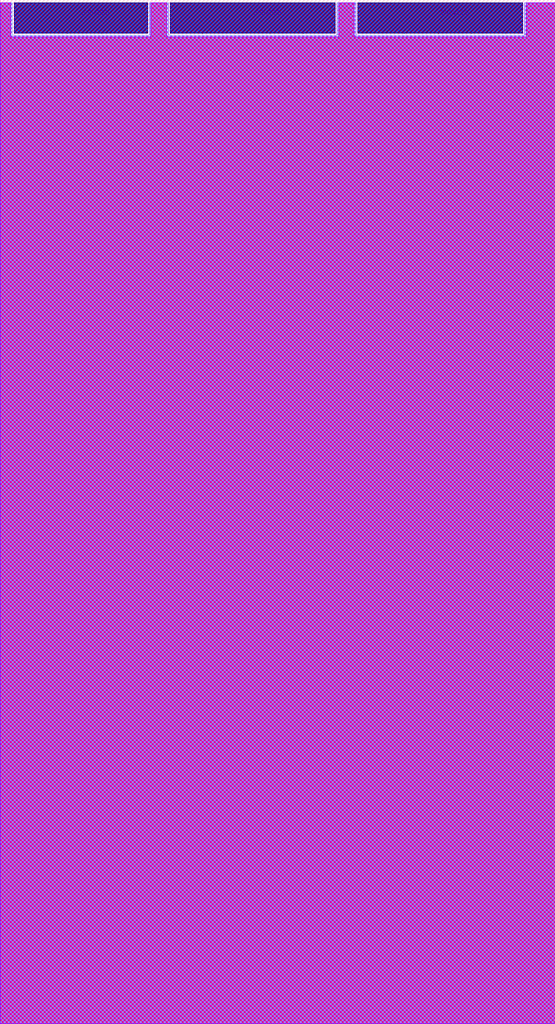
<source format=lef>
VERSION 5.5 ;
NAMESCASESENSITIVE ON ;
MACRO GNDACUTHA
    CLASS PAD ;
    FOREIGN GNDACUTHA 0.000 0.000 ;
    ORIGIN 0.000 0.000 ;
    SIZE 25.200 BY 218.400 ;
    SYMMETRY x y r90 ;
    SITE iocore_a ;
    PIN GNDANA
        DIRECTION INOUT ;
        USE ANALOG ;
        PORT
        LAYER metal8 ;
        RECT  13.860 213.450 23.600 218.000 ;
        LAYER metal7 ;
        RECT  13.860 213.450 23.600 218.000 ;
        LAYER metal6 ;
        RECT  13.860 213.450 23.600 218.000 ;
        LAYER metal5 ;
        RECT  13.860 213.450 23.600 218.000 ;
        LAYER metal4 ;
        RECT  13.860 213.450 23.600 218.000 ;
        LAYER metal3 ;
        RECT  13.860 213.450 23.600 218.000 ;
        LAYER metal2 ;
        RECT  13.860 213.450 23.600 218.000 ;
        LAYER metal1 ;
        RECT  13.860 213.450 23.600 218.000 ;
        END
        PORT
        LAYER metal8 ;
        RECT  1.600 213.450 11.340 218.000 ;
        LAYER metal7 ;
        RECT  1.600 213.450 11.340 218.000 ;
        LAYER metal6 ;
        RECT  1.600 213.450 11.340 218.000 ;
        LAYER metal5 ;
        RECT  1.600 213.450 11.340 218.000 ;
        LAYER metal4 ;
        RECT  1.600 213.450 11.340 218.000 ;
        LAYER metal3 ;
        RECT  1.600 213.450 11.340 218.000 ;
        LAYER metal2 ;
        RECT  1.600 213.450 11.340 218.000 ;
        LAYER metal1 ;
        RECT  1.600 213.450 11.340 218.000 ;
        END
        PORT
        LAYER metal8 ;
        RECT  1.600 0.000 23.600 3.480 ;
        LAYER metal7 ;
        RECT  1.600 0.000 23.600 3.480 ;
        LAYER metal6 ;
        RECT  1.600 0.000 23.600 3.480 ;
        LAYER metal5 ;
        RECT  1.600 0.000 23.600 3.480 ;
        LAYER metal4 ;
        RECT  1.600 0.000 23.600 3.480 ;
        LAYER metal3 ;
        RECT  1.600 0.000 23.600 3.480 ;
        LAYER metal2 ;
        RECT  1.600 0.000 23.600 3.480 ;
        LAYER metal1 ;
        RECT  1.600 0.000 23.600 3.480 ;
        END
    END GNDANA
    OBS
        LAYER metal1 ;
        POLYGON  25.200 217.800 23.860 217.800 23.860 213.190 13.600 213.190
                 13.600 217.800 11.600 217.800 11.600 213.190 1.340 213.190 1.340 217.800
                 0.000 217.800 0.000 0.000 1.340 0.000 1.340 3.740 23.860 3.740
                 23.860 0.000 25.200 0.000 ;
        LAYER via ;
        RECT  13.860 213.450 23.600 218.000 ;
        RECT  1.600 213.450 11.340 218.000 ;
        RECT  1.600 0.000 23.600 3.480 ;
        LAYER metal2 ;
        POLYGON  25.200 217.800 23.880 217.800 23.880 213.170 13.580 213.170
                 13.580 217.800 11.620 217.800 11.620 213.170 1.320 213.170 1.320 217.800
                 0.000 217.800 0.000 0.000 1.320 0.000 1.320 3.760 23.880 3.760
                 23.880 0.000 25.200 0.000 ;
        LAYER via2 ;
        RECT  13.860 213.450 23.600 218.000 ;
        RECT  1.600 213.450 11.340 218.000 ;
        RECT  1.600 0.000 23.600 3.480 ;
        LAYER metal3 ;
        POLYGON  25.200 217.800 23.880 217.800 23.880 213.170 13.580 213.170
                 13.580 217.800 11.620 217.800 11.620 213.170 1.320 213.170 1.320 217.800
                 0.000 217.800 0.000 0.000 1.320 0.000 1.320 3.760 23.880 3.760
                 23.880 0.000 25.200 0.000 ;
        LAYER via3 ;
        RECT  13.860 213.450 23.600 218.000 ;
        RECT  1.600 213.450 11.340 218.000 ;
        RECT  1.600 0.000 23.600 3.480 ;
        LAYER metal4 ;
        POLYGON  25.200 217.800 23.880 217.800 23.880 213.170 13.580 213.170
                 13.580 217.800 11.620 217.800 11.620 213.170 1.320 213.170 1.320 217.800
                 0.000 217.800 0.000 0.000 1.320 0.000 1.320 3.760 23.880 3.760
                 23.880 0.000 25.200 0.000 ;
        LAYER via4 ;
        RECT  13.860 213.450 23.600 218.000 ;
        RECT  1.600 213.450 11.340 218.000 ;
        RECT  1.600 0.000 23.600 3.480 ;
        LAYER metal5 ;
        POLYGON  25.200 217.800 24.100 217.800 24.100 212.950 13.360 212.950
                 13.360 217.800 11.840 217.800 11.840 212.950 1.100 212.950 1.100 217.800
                 0.000 217.800 0.000 0.000 1.100 0.000 1.100 3.980 24.100 3.980
                 24.100 0.000 25.200 0.000 ;
        LAYER via5 ;
        RECT  13.860 213.450 23.600 218.000 ;
        RECT  1.600 213.450 11.340 218.000 ;
        RECT  1.600 0.000 23.600 3.480 ;
        LAYER metal6 ;
        POLYGON  25.200 217.800 24.100 217.800 24.100 212.950 13.360 212.950
                 13.360 217.800 11.840 217.800 11.840 212.950 1.100 212.950 1.100 217.800
                 0.000 217.800 0.000 0.000 1.100 0.000 1.100 3.980 24.100 3.980
                 24.100 0.000 25.200 0.000 ;
        LAYER via6 ;
        RECT  13.860 213.450 23.600 218.000 ;
        RECT  1.600 213.450 11.340 218.000 ;
        RECT  1.600 0.000 23.600 3.480 ;
        LAYER metal7 ;
        POLYGON  25.200 217.800 24.100 217.800 24.100 212.950 13.360 212.950
                 13.360 217.800 11.840 217.800 11.840 212.950 1.100 212.950 1.100 217.800
                 0.000 217.800 0.000 0.000 1.100 0.000 1.100 3.980 24.100 3.980
                 24.100 0.000 25.200 0.000 ;
        LAYER via7 ;
        RECT  13.860 213.450 23.600 218.000 ;
        RECT  1.600 213.450 11.340 218.000 ;
        RECT  1.600 0.000 23.600 3.480 ;
        LAYER metal8 ;
        POLYGON  25.200 217.800 24.100 217.800 24.100 212.950 13.360 212.950
                 13.360 217.800 11.840 217.800 11.840 212.950 1.100 212.950 1.100 217.800
                 0.000 217.800 0.000 0.000 1.100 0.000 1.100 3.980 24.100 3.980
                 24.100 0.000 25.200 0.000 ;
    END
END GNDACUTHA

MACRO GNDACUTHB
    CLASS PAD ;
    FOREIGN GNDACUTHB 0.000 0.000 ;
    ORIGIN 0.000 0.000 ;
    SIZE 25.200 BY 152.000 ;
    SYMMETRY x y r90 ;
    SITE iocore_b ;
    PIN GNDANA
        DIRECTION INOUT ;
        USE ANALOG ;
        PORT
        LAYER metal8 ;
        RECT  13.860 147.050 23.600 151.600 ;
        LAYER metal7 ;
        RECT  13.860 147.050 23.600 151.600 ;
        LAYER metal6 ;
        RECT  13.860 147.050 23.600 151.600 ;
        LAYER metal5 ;
        RECT  13.860 147.050 23.600 151.600 ;
        LAYER metal4 ;
        RECT  13.860 147.050 23.600 151.600 ;
        LAYER metal3 ;
        RECT  13.860 147.050 23.600 151.600 ;
        LAYER metal2 ;
        RECT  13.860 147.050 23.600 151.600 ;
        LAYER metal1 ;
        RECT  13.860 147.050 23.600 151.600 ;
        END
        PORT
        LAYER metal8 ;
        RECT  1.600 147.050 11.340 151.600 ;
        LAYER metal7 ;
        RECT  1.600 147.050 11.340 151.600 ;
        LAYER metal6 ;
        RECT  1.600 147.050 11.340 151.600 ;
        LAYER metal5 ;
        RECT  1.600 147.050 11.340 151.600 ;
        LAYER metal4 ;
        RECT  1.600 147.050 11.340 151.600 ;
        LAYER metal3 ;
        RECT  1.600 147.050 11.340 151.600 ;
        LAYER metal2 ;
        RECT  1.600 147.050 11.340 151.600 ;
        LAYER metal1 ;
        RECT  1.600 147.050 11.340 151.600 ;
        END
        PORT
        LAYER metal8 ;
        RECT  1.600 0.000 23.600 3.480 ;
        LAYER metal7 ;
        RECT  1.600 0.000 23.600 3.480 ;
        LAYER metal6 ;
        RECT  1.600 0.000 23.600 3.480 ;
        LAYER metal5 ;
        RECT  1.600 0.000 23.600 3.480 ;
        LAYER metal4 ;
        RECT  1.600 0.000 23.600 3.480 ;
        LAYER metal3 ;
        RECT  1.600 0.000 23.600 3.480 ;
        LAYER metal2 ;
        RECT  1.600 0.000 23.600 3.480 ;
        LAYER metal1 ;
        RECT  1.600 0.000 23.600 3.480 ;
        END
    END GNDANA
    OBS
        LAYER metal1 ;
        POLYGON  25.200 151.400 23.860 151.400 23.860 146.790 13.600 146.790
                 13.600 151.400 11.600 151.400 11.600 146.790 1.340 146.790 1.340 151.400
                 0.000 151.400 0.000 0.000 1.340 0.000 1.340 3.740 23.860 3.740
                 23.860 0.000 25.200 0.000 ;
        LAYER via ;
        RECT  13.860 147.050 23.600 151.600 ;
        RECT  1.600 147.050 11.340 151.600 ;
        RECT  1.600 0.000 23.600 3.480 ;
        LAYER metal2 ;
        POLYGON  25.200 151.400 23.880 151.400 23.880 146.770 13.580 146.770
                 13.580 151.400 11.620 151.400 11.620 146.770 1.320 146.770 1.320 151.400
                 0.000 151.400 0.000 0.000 1.320 0.000 1.320 3.760 23.880 3.760
                 23.880 0.000 25.200 0.000 ;
        LAYER via2 ;
        RECT  13.860 147.050 23.600 151.600 ;
        RECT  1.600 147.050 11.340 151.600 ;
        RECT  1.600 0.000 23.600 3.480 ;
        LAYER metal3 ;
        POLYGON  25.200 151.400 23.880 151.400 23.880 146.770 13.580 146.770
                 13.580 151.400 11.620 151.400 11.620 146.770 1.320 146.770 1.320 151.400
                 0.000 151.400 0.000 0.000 1.320 0.000 1.320 3.760 23.880 3.760
                 23.880 0.000 25.200 0.000 ;
        LAYER via3 ;
        RECT  13.860 147.050 23.600 151.600 ;
        RECT  1.600 147.050 11.340 151.600 ;
        RECT  1.600 0.000 23.600 3.480 ;
        LAYER metal4 ;
        POLYGON  25.200 151.400 23.880 151.400 23.880 146.770 13.580 146.770
                 13.580 151.400 11.620 151.400 11.620 146.770 1.320 146.770 1.320 151.400
                 0.000 151.400 0.000 0.000 1.320 0.000 1.320 3.760 23.880 3.760
                 23.880 0.000 25.200 0.000 ;
        LAYER via4 ;
        RECT  13.860 147.050 23.600 151.600 ;
        RECT  1.600 147.050 11.340 151.600 ;
        RECT  1.600 0.000 23.600 3.480 ;
        LAYER metal5 ;
        POLYGON  25.200 151.400 24.100 151.400 24.100 146.550 13.360 146.550
                 13.360 151.400 11.840 151.400 11.840 146.550 1.100 146.550 1.100 151.400
                 0.000 151.400 0.000 0.000 1.100 0.000 1.100 3.980 24.100 3.980
                 24.100 0.000 25.200 0.000 ;
        LAYER via5 ;
        RECT  13.860 147.050 23.600 151.600 ;
        RECT  1.600 147.050 11.340 151.600 ;
        RECT  1.600 0.000 23.600 3.480 ;
        LAYER metal6 ;
        POLYGON  25.200 151.400 24.100 151.400 24.100 146.550 13.360 146.550
                 13.360 151.400 11.840 151.400 11.840 146.550 1.100 146.550 1.100 151.400
                 0.000 151.400 0.000 0.000 1.100 0.000 1.100 3.980 24.100 3.980
                 24.100 0.000 25.200 0.000 ;
        LAYER via6 ;
        RECT  13.860 147.050 23.600 151.600 ;
        RECT  1.600 147.050 11.340 151.600 ;
        RECT  1.600 0.000 23.600 3.480 ;
        LAYER metal7 ;
        POLYGON  25.200 151.400 24.100 151.400 24.100 146.550 13.360 146.550
                 13.360 151.400 11.840 151.400 11.840 146.550 1.100 146.550 1.100 151.400
                 0.000 151.400 0.000 0.000 1.100 0.000 1.100 3.980 24.100 3.980
                 24.100 0.000 25.200 0.000 ;
        LAYER via7 ;
        RECT  13.860 147.050 23.600 151.600 ;
        RECT  1.600 147.050 11.340 151.600 ;
        RECT  1.600 0.000 23.600 3.480 ;
        LAYER metal8 ;
        POLYGON  25.200 151.400 24.100 151.400 24.100 146.550 13.360 146.550
                 13.360 151.400 11.840 151.400 11.840 146.550 1.100 146.550 1.100 151.400
                 0.000 151.400 0.000 0.000 1.100 0.000 1.100 3.980 24.100 3.980
                 24.100 0.000 25.200 0.000 ;
    END
END GNDACUTHB

MACRO LCUT12HA
    CLASS PAD ;
    FOREIGN LCUT12HA 0.000 0.000 ;
    ORIGIN 0.000 0.000 ;
    SIZE 48.000 BY 218.400 ;
    SYMMETRY x y r90 ;
    SITE iocore_a ;
    PIN VCC12VESD
        DIRECTION INOUT ;
        USE ANALOG ;
        PORT
        LAYER metal8 ;
        RECT  9.720 213.450 25.920 218.000 ;
        LAYER metal7 ;
        RECT  9.720 213.450 25.920 218.000 ;
        LAYER metal6 ;
        RECT  9.720 213.450 25.920 218.000 ;
        LAYER metal5 ;
        RECT  9.720 213.450 25.920 218.000 ;
        LAYER metal4 ;
        RECT  9.720 213.450 25.920 218.000 ;
        LAYER metal3 ;
        RECT  9.720 213.450 25.920 218.000 ;
        LAYER metal2 ;
        RECT  9.720 213.450 25.920 218.000 ;
        LAYER metal1 ;
        RECT  9.720 213.450 25.920 218.000 ;
        END
        PORT
        LAYER metal8 ;
        RECT  29.280 213.450 45.480 218.000 ;
        LAYER metal7 ;
        RECT  29.280 213.450 45.480 218.000 ;
        LAYER metal6 ;
        RECT  29.280 213.450 45.480 218.000 ;
        LAYER metal5 ;
        RECT  29.280 213.450 45.480 218.000 ;
        LAYER metal4 ;
        RECT  29.280 213.450 45.480 218.000 ;
        LAYER metal3 ;
        RECT  29.280 213.450 45.480 218.000 ;
        LAYER metal2 ;
        RECT  29.280 213.450 45.480 218.000 ;
        LAYER metal1 ;
        RECT  29.280 213.450 45.480 218.000 ;
        END
    END VCC12VESD
    OBS
        LAYER metal1 ;
        POLYGON  48.000 218.000 45.740 218.000 45.740 213.190 29.020 213.190
                 29.020 218.000 26.180 218.000 26.180 213.190 9.460 213.190 9.460 218.000
                 0.000 218.000 0.000 0.000 48.000 0.000 ;
        LAYER via ;
        RECT  9.720 213.450 25.920 218.000 ;
        RECT  29.280 213.450 45.480 218.000 ;
        LAYER metal2 ;
        POLYGON  48.000 218.000 45.760 218.000 45.760 213.170 29.000 213.170
                 29.000 218.000 26.200 218.000 26.200 213.170 9.440 213.170 9.440 218.000
                 0.000 218.000 0.000 0.000 48.000 0.000 ;
        LAYER via2 ;
        RECT  9.720 213.450 25.920 218.000 ;
        RECT  29.280 213.450 45.480 218.000 ;
        LAYER metal3 ;
        POLYGON  48.000 218.000 45.760 218.000 45.760 213.170 29.000 213.170
                 29.000 218.000 26.200 218.000 26.200 213.170 9.440 213.170 9.440 218.000
                 0.000 218.000 0.000 0.000 48.000 0.000 ;
        LAYER via3 ;
        RECT  9.720 213.450 25.920 218.000 ;
        RECT  29.280 213.450 45.480 218.000 ;
        LAYER metal4 ;
        POLYGON  48.000 218.000 45.760 218.000 45.760 213.170 29.000 213.170
                 29.000 218.000 26.200 218.000 26.200 213.170 9.440 213.170 9.440 218.000
                 0.000 218.000 0.000 0.000 48.000 0.000 ;
        LAYER via4 ;
        RECT  9.720 213.450 25.920 218.000 ;
        RECT  29.280 213.450 45.480 218.000 ;
        LAYER metal5 ;
        POLYGON  48.000 218.000 45.980 218.000 45.980 212.950 28.780 212.950
                 28.780 218.000 26.420 218.000 26.420 212.950 9.220 212.950 9.220 218.000
                 0.000 218.000 0.000 0.000 48.000 0.000 ;
        LAYER via5 ;
        RECT  9.720 213.450 25.920 218.000 ;
        RECT  29.280 213.450 45.480 218.000 ;
        LAYER metal6 ;
        POLYGON  48.000 218.000 45.980 218.000 45.980 212.950 28.780 212.950
                 28.780 218.000 26.420 218.000 26.420 212.950 9.220 212.950 9.220 218.000
                 0.000 218.000 0.000 0.000 48.000 0.000 ;
        LAYER via6 ;
        RECT  9.720 213.450 25.920 218.000 ;
        RECT  29.280 213.450 45.480 218.000 ;
        LAYER metal7 ;
        POLYGON  48.000 218.000 45.980 218.000 45.980 212.950 28.780 212.950
                 28.780 218.000 26.420 218.000 26.420 212.950 9.220 212.950 9.220 218.000
                 0.000 218.000 0.000 0.000 48.000 0.000 ;
        LAYER via7 ;
        RECT  9.720 213.450 25.920 218.000 ;
        RECT  29.280 213.450 45.480 218.000 ;
        LAYER metal8 ;
        POLYGON  48.000 218.000 45.980 218.000 45.980 212.950 28.780 212.950
                 28.780 218.000 26.420 218.000 26.420 212.950 9.220 212.950 9.220 218.000
                 0.000 218.000 0.000 0.000 48.000 0.000 ;
    END
END LCUT12HA

MACRO LCUT12HB
    CLASS PAD ;
    FOREIGN LCUT12HB 0.000 0.000 ;
    ORIGIN 0.000 0.000 ;
    SIZE 69.200 BY 152.000 ;
    SYMMETRY x y r90 ;
    SITE iocore_b ;
    PIN VCC12VESD
        DIRECTION INOUT ;
        USE ANALOG ;
        PORT
        LAYER metal8 ;
        RECT  39.880 147.050 64.360 151.600 ;
        LAYER metal7 ;
        RECT  39.880 147.050 64.360 151.600 ;
        LAYER metal6 ;
        RECT  39.880 147.050 64.360 151.600 ;
        LAYER metal5 ;
        RECT  39.880 147.050 64.360 151.600 ;
        LAYER metal4 ;
        RECT  39.880 147.050 64.360 151.600 ;
        LAYER metal3 ;
        RECT  39.880 147.050 64.360 151.600 ;
        LAYER metal2 ;
        RECT  39.880 147.050 64.360 151.600 ;
        LAYER metal1 ;
        RECT  39.880 147.050 64.360 151.600 ;
        END
        PORT
        LAYER metal8 ;
        RECT  12.040 147.050 36.520 151.600 ;
        LAYER metal7 ;
        RECT  12.040 147.050 36.520 151.600 ;
        LAYER metal6 ;
        RECT  12.040 147.050 36.520 151.600 ;
        LAYER metal5 ;
        RECT  12.040 147.050 36.520 151.600 ;
        LAYER metal4 ;
        RECT  12.040 147.050 36.520 151.600 ;
        LAYER metal3 ;
        RECT  12.040 147.050 36.520 151.600 ;
        LAYER metal2 ;
        RECT  12.040 147.050 36.520 151.600 ;
        LAYER metal1 ;
        RECT  12.040 147.050 36.520 151.600 ;
        END
    END VCC12VESD
    OBS
        LAYER metal1 ;
        POLYGON  69.200 151.600 64.620 151.600 64.620 146.790 39.620 146.790
                 39.620 151.600 36.780 151.600 36.780 146.790 11.780 146.790
                 11.780 151.600 0.000 151.600 0.000 0.000 69.200 0.000 ;
        LAYER via ;
        RECT  39.880 147.050 64.360 151.600 ;
        RECT  12.040 147.050 36.520 151.600 ;
        LAYER metal2 ;
        POLYGON  69.200 151.600 64.640 151.600 64.640 146.770 39.600 146.770
                 39.600 151.600 36.800 151.600 36.800 146.770 11.760 146.770
                 11.760 151.600 0.000 151.600 0.000 0.000 69.200 0.000 ;
        LAYER via2 ;
        RECT  39.880 147.050 64.360 151.600 ;
        RECT  12.040 147.050 36.520 151.600 ;
        LAYER metal3 ;
        POLYGON  69.200 151.600 64.640 151.600 64.640 146.770 39.600 146.770
                 39.600 151.600 36.800 151.600 36.800 146.770 11.760 146.770
                 11.760 151.600 0.000 151.600 0.000 0.000 69.200 0.000 ;
        LAYER via3 ;
        RECT  39.880 147.050 64.360 151.600 ;
        RECT  12.040 147.050 36.520 151.600 ;
        LAYER metal4 ;
        POLYGON  69.200 151.600 64.640 151.600 64.640 146.770 39.600 146.770
                 39.600 151.600 36.800 151.600 36.800 146.770 11.760 146.770
                 11.760 151.600 0.000 151.600 0.000 0.000 69.200 0.000 ;
        LAYER via4 ;
        RECT  39.880 147.050 64.360 151.600 ;
        RECT  12.040 147.050 36.520 151.600 ;
        LAYER metal5 ;
        POLYGON  69.200 151.600 64.860 151.600 64.860 146.550 39.380 146.550
                 39.380 151.600 37.020 151.600 37.020 146.550 11.540 146.550
                 11.540 151.600 0.000 151.600 0.000 0.000 69.200 0.000 ;
        LAYER via5 ;
        RECT  39.880 147.050 64.360 151.600 ;
        RECT  12.040 147.050 36.520 151.600 ;
        LAYER metal6 ;
        POLYGON  69.200 151.600 64.860 151.600 64.860 146.550 39.380 146.550
                 39.380 151.600 37.020 151.600 37.020 146.550 11.540 146.550
                 11.540 151.600 0.000 151.600 0.000 0.000 69.200 0.000 ;
        LAYER via6 ;
        RECT  39.880 147.050 64.360 151.600 ;
        RECT  12.040 147.050 36.520 151.600 ;
        LAYER metal7 ;
        POLYGON  69.200 151.600 64.860 151.600 64.860 146.550 39.380 146.550
                 39.380 151.600 37.020 151.600 37.020 146.550 11.540 146.550
                 11.540 151.600 0.000 151.600 0.000 0.000 69.200 0.000 ;
        LAYER via7 ;
        RECT  39.880 147.050 64.360 151.600 ;
        RECT  12.040 147.050 36.520 151.600 ;
        LAYER metal8 ;
        POLYGON  69.200 151.600 64.860 151.600 64.860 146.550 39.380 146.550
                 39.380 151.600 37.020 151.600 37.020 146.550 11.540 146.550
                 11.540 151.600 0.000 151.600 0.000 0.000 69.200 0.000 ;
    END
END LCUT12HB

MACRO RCUT12HA
    CLASS PAD ;
    FOREIGN RCUT12HA 0.000 0.000 ;
    ORIGIN 0.000 0.000 ;
    SIZE 57.200 BY 218.400 ;
    SYMMETRY x y r90 ;
    SITE iocore_a ;
    PIN GNDVESD
        DIRECTION INOUT ;
        USE ANALOG ;
        PORT
        LAYER metal8 ;
        RECT  18.900 213.450 35.120 218.000 ;
        LAYER metal7 ;
        RECT  18.900 213.450 35.120 218.000 ;
        LAYER metal6 ;
        RECT  18.900 213.450 35.120 218.000 ;
        LAYER metal5 ;
        RECT  18.900 213.450 35.120 218.000 ;
        LAYER metal4 ;
        RECT  18.900 213.450 35.120 218.000 ;
        LAYER metal3 ;
        RECT  18.900 213.450 35.120 218.000 ;
        LAYER metal2 ;
        RECT  18.900 213.450 35.120 218.000 ;
        LAYER metal1 ;
        RECT  18.900 213.450 35.120 218.000 ;
        END
        PORT
        LAYER metal8 ;
        RECT  38.480 213.450 54.730 218.000 ;
        LAYER metal7 ;
        RECT  38.480 213.450 54.730 218.000 ;
        LAYER metal6 ;
        RECT  38.480 213.450 54.730 218.000 ;
        LAYER metal5 ;
        RECT  38.480 213.450 54.730 218.000 ;
        LAYER metal4 ;
        RECT  38.480 213.450 54.730 218.000 ;
        LAYER metal3 ;
        RECT  38.480 213.450 54.730 218.000 ;
        LAYER metal2 ;
        RECT  38.480 213.450 54.730 218.000 ;
        LAYER metal1 ;
        RECT  38.480 213.450 54.730 218.000 ;
        END
        PORT
        LAYER metal8 ;
        RECT  2.340 213.450 15.540 218.000 ;
        LAYER metal7 ;
        RECT  2.340 213.450 15.540 218.000 ;
        LAYER metal6 ;
        RECT  2.340 213.450 15.540 218.000 ;
        LAYER metal5 ;
        RECT  2.340 213.450 15.540 218.000 ;
        LAYER metal4 ;
        RECT  2.340 213.450 15.540 218.000 ;
        LAYER metal3 ;
        RECT  2.340 213.450 15.540 218.000 ;
        LAYER metal2 ;
        RECT  2.340 213.450 15.540 218.000 ;
        LAYER metal1 ;
        RECT  2.340 213.450 15.540 218.000 ;
        END
    END GNDVESD
    OBS
        LAYER metal1 ;
        POLYGON  57.200 218.000 54.990 218.000 54.990 213.190 38.220 213.190
                 38.220 218.000 35.380 218.000 35.380 213.190 18.640 213.190
                 18.640 218.000 15.800 218.000 15.800 213.190 2.080 213.190 2.080 218.000
                 0.000 218.000 0.000 0.000 57.200 0.000 ;
        LAYER via ;
        RECT  18.900 213.450 35.120 218.000 ;
        RECT  38.480 213.450 54.730 218.000 ;
        RECT  2.340 213.450 15.540 218.000 ;
        LAYER metal2 ;
        POLYGON  57.200 218.000 55.010 218.000 55.010 213.170 38.200 213.170
                 38.200 218.000 35.400 218.000 35.400 213.170 18.620 213.170
                 18.620 218.000 15.820 218.000 15.820 213.170 2.060 213.170 2.060 218.000
                 0.000 218.000 0.000 0.000 57.200 0.000 ;
        LAYER via2 ;
        RECT  18.900 213.450 35.120 218.000 ;
        RECT  38.480 213.450 54.730 218.000 ;
        RECT  2.340 213.450 15.540 218.000 ;
        LAYER metal3 ;
        POLYGON  57.200 218.000 55.010 218.000 55.010 213.170 38.200 213.170
                 38.200 218.000 35.400 218.000 35.400 213.170 18.620 213.170
                 18.620 218.000 15.820 218.000 15.820 213.170 2.060 213.170 2.060 218.000
                 0.000 218.000 0.000 0.000 57.200 0.000 ;
        LAYER via3 ;
        RECT  18.900 213.450 35.120 218.000 ;
        RECT  38.480 213.450 54.730 218.000 ;
        RECT  2.340 213.450 15.540 218.000 ;
        LAYER metal4 ;
        POLYGON  57.200 218.000 55.010 218.000 55.010 213.170 38.200 213.170
                 38.200 218.000 35.400 218.000 35.400 213.170 18.620 213.170
                 18.620 218.000 15.820 218.000 15.820 213.170 2.060 213.170 2.060 218.000
                 0.000 218.000 0.000 0.000 57.200 0.000 ;
        LAYER via4 ;
        RECT  18.900 213.450 35.120 218.000 ;
        RECT  38.480 213.450 54.730 218.000 ;
        RECT  2.340 213.450 15.540 218.000 ;
        LAYER metal5 ;
        POLYGON  57.200 218.000 55.230 218.000 55.230 212.950 37.980 212.950
                 37.980 218.000 35.620 218.000 35.620 212.950 18.400 212.950
                 18.400 218.000 16.040 218.000 16.040 212.950 1.840 212.950 1.840 218.000
                 0.000 218.000 0.000 0.000 57.200 0.000 ;
        LAYER via5 ;
        RECT  18.900 213.450 35.120 218.000 ;
        RECT  38.480 213.450 54.730 218.000 ;
        RECT  2.340 213.450 15.540 218.000 ;
        LAYER metal6 ;
        POLYGON  57.200 218.000 55.230 218.000 55.230 212.950 37.980 212.950
                 37.980 218.000 35.620 218.000 35.620 212.950 18.400 212.950
                 18.400 218.000 16.040 218.000 16.040 212.950 1.840 212.950 1.840 218.000
                 0.000 218.000 0.000 0.000 57.200 0.000 ;
        LAYER via6 ;
        RECT  18.900 213.450 35.120 218.000 ;
        RECT  38.480 213.450 54.730 218.000 ;
        RECT  2.340 213.450 15.540 218.000 ;
        LAYER metal7 ;
        POLYGON  57.200 218.000 55.230 218.000 55.230 212.950 37.980 212.950
                 37.980 218.000 35.620 218.000 35.620 212.950 18.400 212.950
                 18.400 218.000 16.040 218.000 16.040 212.950 1.840 212.950 1.840 218.000
                 0.000 218.000 0.000 0.000 57.200 0.000 ;
        LAYER via7 ;
        RECT  18.900 213.450 35.120 218.000 ;
        RECT  38.480 213.450 54.730 218.000 ;
        RECT  2.340 213.450 15.540 218.000 ;
        LAYER metal8 ;
        POLYGON  57.200 218.000 55.230 218.000 55.230 212.950 37.980 212.950
                 37.980 218.000 35.620 218.000 35.620 212.950 18.400 212.950
                 18.400 218.000 16.040 218.000 16.040 212.950 1.840 212.950 1.840 218.000
                 0.000 218.000 0.000 0.000 57.200 0.000 ;
    END
END RCUT12HA

MACRO RCUT12HB
    CLASS PAD ;
    FOREIGN RCUT12HB 0.000 0.000 ;
    ORIGIN 0.000 0.000 ;
    SIZE 82.400 BY 152.000 ;
    SYMMETRY x y r90 ;
    SITE iocore_b ;
    PIN GNDVESD
        DIRECTION INOUT ;
        USE ANALOG ;
        PORT
        LAYER metal8 ;
        RECT  53.080 147.050 77.560 151.600 ;
        LAYER metal7 ;
        RECT  53.080 147.050 77.560 151.600 ;
        LAYER metal6 ;
        RECT  53.080 147.050 77.560 151.600 ;
        LAYER metal5 ;
        RECT  53.080 147.050 77.560 151.600 ;
        LAYER metal4 ;
        RECT  53.080 147.050 77.560 151.600 ;
        LAYER metal3 ;
        RECT  53.080 147.050 77.560 151.600 ;
        LAYER metal2 ;
        RECT  53.080 147.050 77.560 151.600 ;
        LAYER metal1 ;
        RECT  53.080 147.050 77.560 151.600 ;
        END
        PORT
        LAYER metal8 ;
        RECT  25.240 147.050 49.720 151.600 ;
        LAYER metal7 ;
        RECT  25.240 147.050 49.720 151.600 ;
        LAYER metal6 ;
        RECT  25.240 147.050 49.720 151.600 ;
        LAYER metal5 ;
        RECT  25.240 147.050 49.720 151.600 ;
        LAYER metal4 ;
        RECT  25.240 147.050 49.720 151.600 ;
        LAYER metal3 ;
        RECT  25.240 147.050 49.720 151.600 ;
        LAYER metal2 ;
        RECT  25.240 147.050 49.720 151.600 ;
        LAYER metal1 ;
        RECT  25.240 147.050 49.720 151.600 ;
        END
        PORT
        LAYER metal8 ;
        RECT  2.060 147.050 21.880 151.600 ;
        LAYER metal7 ;
        RECT  2.060 147.050 21.880 151.600 ;
        LAYER metal6 ;
        RECT  2.060 147.050 21.880 151.600 ;
        LAYER metal5 ;
        RECT  2.060 147.050 21.880 151.600 ;
        LAYER metal4 ;
        RECT  2.060 147.050 21.880 151.600 ;
        LAYER metal3 ;
        RECT  2.060 147.050 21.880 151.600 ;
        LAYER metal2 ;
        RECT  2.060 147.050 21.880 151.600 ;
        LAYER metal1 ;
        RECT  2.060 147.050 21.880 151.600 ;
        END
    END GNDVESD
    OBS
        LAYER metal1 ;
        POLYGON  82.400 151.600 77.820 151.600 77.820 146.790 52.820 146.790
                 52.820 151.600 49.980 151.600 49.980 146.790 24.980 146.790
                 24.980 151.600 22.140 151.600 22.140 146.790 1.800 146.790 1.800 151.600
                 0.000 151.600 0.000 0.000 82.400 0.000 ;
        LAYER via ;
        RECT  53.080 147.050 77.560 151.600 ;
        RECT  25.240 147.050 49.720 151.600 ;
        RECT  2.060 147.050 21.880 151.600 ;
        LAYER metal2 ;
        POLYGON  82.400 151.600 77.840 151.600 77.840 146.770 52.800 146.770
                 52.800 151.600 50.000 151.600 50.000 146.770 24.960 146.770
                 24.960 151.600 22.160 151.600 22.160 146.770 1.780 146.770 1.780 151.600
                 0.000 151.600 0.000 0.000 82.400 0.000 ;
        LAYER via2 ;
        RECT  53.080 147.050 77.560 151.600 ;
        RECT  25.240 147.050 49.720 151.600 ;
        RECT  2.060 147.050 21.880 151.600 ;
        LAYER metal3 ;
        POLYGON  82.400 151.600 77.840 151.600 77.840 146.770 52.800 146.770
                 52.800 151.600 50.000 151.600 50.000 146.770 24.960 146.770
                 24.960 151.600 22.160 151.600 22.160 146.770 1.780 146.770 1.780 151.600
                 0.000 151.600 0.000 0.000 82.400 0.000 ;
        LAYER via3 ;
        RECT  53.080 147.050 77.560 151.600 ;
        RECT  25.240 147.050 49.720 151.600 ;
        RECT  2.060 147.050 21.880 151.600 ;
        LAYER metal4 ;
        POLYGON  82.400 151.600 77.840 151.600 77.840 146.770 52.800 146.770
                 52.800 151.600 50.000 151.600 50.000 146.770 24.960 146.770
                 24.960 151.600 22.160 151.600 22.160 146.770 1.780 146.770 1.780 151.600
                 0.000 151.600 0.000 0.000 82.400 0.000 ;
        LAYER via4 ;
        RECT  53.080 147.050 77.560 151.600 ;
        RECT  25.240 147.050 49.720 151.600 ;
        RECT  2.060 147.050 21.880 151.600 ;
        LAYER metal5 ;
        POLYGON  82.400 151.600 78.060 151.600 78.060 146.550 52.580 146.550
                 52.580 151.600 50.220 151.600 50.220 146.550 24.740 146.550
                 24.740 151.600 22.380 151.600 22.380 146.550 1.560 146.550 1.560 151.600
                 0.000 151.600 0.000 0.000 82.400 0.000 ;
        LAYER via5 ;
        RECT  53.080 147.050 77.560 151.600 ;
        RECT  25.240 147.050 49.720 151.600 ;
        RECT  2.060 147.050 21.880 151.600 ;
        LAYER metal6 ;
        POLYGON  82.400 151.600 78.060 151.600 78.060 146.550 52.580 146.550
                 52.580 151.600 50.220 151.600 50.220 146.550 24.740 146.550
                 24.740 151.600 22.380 151.600 22.380 146.550 1.560 146.550 1.560 151.600
                 0.000 151.600 0.000 0.000 82.400 0.000 ;
        LAYER via6 ;
        RECT  53.080 147.050 77.560 151.600 ;
        RECT  25.240 147.050 49.720 151.600 ;
        RECT  2.060 147.050 21.880 151.600 ;
        LAYER metal7 ;
        POLYGON  82.400 151.600 78.060 151.600 78.060 146.550 52.580 146.550
                 52.580 151.600 50.220 151.600 50.220 146.550 24.740 146.550
                 24.740 151.600 22.380 151.600 22.380 146.550 1.560 146.550 1.560 151.600
                 0.000 151.600 0.000 0.000 82.400 0.000 ;
        LAYER via7 ;
        RECT  53.080 147.050 77.560 151.600 ;
        RECT  25.240 147.050 49.720 151.600 ;
        RECT  2.060 147.050 21.880 151.600 ;
        LAYER metal8 ;
        POLYGON  82.400 151.600 78.060 151.600 78.060 146.550 52.580 146.550
                 52.580 151.600 50.220 151.600 50.220 146.550 24.740 146.550
                 24.740 151.600 22.380 151.600 22.380 146.550 1.560 146.550 1.560 151.600
                 0.000 151.600 0.000 0.000 82.400 0.000 ;
    END
END RCUT12HB

MACRO ULSCI0CUTHA
    CLASS PAD ;
    FOREIGN ULSCI0CUTHA 0.000 0.000 ;
    ORIGIN 0.000 0.000 ;
    SIZE 34.800 BY 218.400 ;
    SYMMETRY x y r90 ;
    SITE iocore_a ;
    PIN O
        DIRECTION INOUT ;
        PORT
        LAYER metal8 ;
        RECT  2.520 0.000 32.280 2.680 ;
        LAYER metal7 ;
        RECT  2.520 0.000 32.280 2.680 ;
        LAYER metal6 ;
        RECT  2.520 0.000 32.280 2.680 ;
        LAYER metal5 ;
        RECT  2.520 0.000 32.280 2.680 ;
        LAYER metal4 ;
        RECT  2.520 0.000 32.280 2.680 ;
        LAYER metal3 ;
        RECT  2.520 0.000 32.280 2.680 ;
        LAYER metal2 ;
        RECT  2.520 0.000 32.280 2.680 ;
        LAYER metal1 ;
        RECT  2.520 0.000 32.280 2.680 ;
        END
        PORT
        LAYER metal8 ;
        RECT  4.960 213.450 29.840 218.000 ;
        LAYER metal7 ;
        RECT  4.960 213.450 29.840 218.000 ;
        LAYER metal6 ;
        RECT  4.960 213.450 29.840 218.000 ;
        LAYER metal5 ;
        RECT  4.960 213.450 29.840 218.000 ;
        LAYER metal4 ;
        RECT  4.960 213.450 29.840 218.000 ;
        LAYER metal3 ;
        RECT  4.960 213.450 29.840 218.000 ;
        LAYER metal2 ;
        RECT  4.960 213.450 29.840 218.000 ;
        LAYER metal1 ;
        RECT  4.960 213.450 29.840 218.000 ;
        END
    END O
    PIN GNDANA
        DIRECTION INPUT ;
    END GNDANA
    PIN VCC12ANA
        DIRECTION INPUT ;
    END VCC12ANA
    OBS
        LAYER metal1 ;
        POLYGON  34.800 218.000 30.100 218.000 30.100 213.190 4.700 213.190 4.700 218.000
                 0.000 218.000 0.000 0.000 2.260 0.000 2.260 2.940 32.540 2.940
                 32.540 0.000 34.800 0.000 ;
        LAYER via ;
        RECT  2.520 0.000 32.280 2.680 ;
        RECT  4.960 213.450 29.840 218.000 ;
        LAYER metal2 ;
        POLYGON  34.800 218.000 30.120 218.000 30.120 213.170 4.680 213.170 4.680 218.000
                 0.000 218.000 0.000 0.000 2.240 0.000 2.240 2.960 32.560 2.960
                 32.560 0.000 34.800 0.000 ;
        LAYER via2 ;
        RECT  2.520 0.000 32.280 2.680 ;
        RECT  4.960 213.450 29.840 218.000 ;
        LAYER metal3 ;
        POLYGON  34.800 218.000 30.120 218.000 30.120 213.170 4.680 213.170 4.680 218.000
                 0.000 218.000 0.000 0.000 2.240 0.000 2.240 2.960 32.560 2.960
                 32.560 0.000 34.800 0.000 ;
        LAYER via3 ;
        RECT  2.520 0.000 32.280 2.680 ;
        RECT  4.960 213.450 29.840 218.000 ;
        LAYER metal4 ;
        POLYGON  34.800 218.000 30.120 218.000 30.120 213.170 4.680 213.170 4.680 218.000
                 0.000 218.000 0.000 0.000 2.240 0.000 2.240 2.960 32.560 2.960
                 32.560 0.000 34.800 0.000 ;
        LAYER via4 ;
        RECT  2.520 0.000 32.280 2.680 ;
        RECT  4.960 213.450 29.840 218.000 ;
        LAYER metal5 ;
        POLYGON  34.800 218.000 30.340 218.000 30.340 212.950 4.460 212.950 4.460 218.000
                 0.000 218.000 0.000 0.000 2.020 0.000 2.020 3.180 32.780 3.180
                 32.780 0.000 34.800 0.000 ;
        LAYER via5 ;
        RECT  2.520 0.000 32.280 2.680 ;
        RECT  4.960 213.450 29.840 218.000 ;
        LAYER metal6 ;
        POLYGON  34.800 218.000 30.340 218.000 30.340 212.950 4.460 212.950 4.460 218.000
                 0.000 218.000 0.000 0.000 2.020 0.000 2.020 3.180 32.780 3.180
                 32.780 0.000 34.800 0.000 ;
        LAYER via6 ;
        RECT  2.520 0.000 32.280 2.680 ;
        RECT  4.960 213.450 29.840 218.000 ;
        LAYER metal7 ;
        POLYGON  34.800 218.000 30.340 218.000 30.340 212.950 4.460 212.950 4.460 218.000
                 0.000 218.000 0.000 0.000 2.020 0.000 2.020 3.180 32.780 3.180
                 32.780 0.000 34.800 0.000 ;
        LAYER via7 ;
        RECT  2.520 0.000 32.280 2.680 ;
        RECT  4.960 213.450 29.840 218.000 ;
        LAYER metal8 ;
        POLYGON  34.800 218.000 30.340 218.000 30.340 212.950 4.460 212.950 4.460 218.000
                 0.000 218.000 0.000 0.000 2.020 0.000 2.020 3.180 32.780 3.180
                 32.780 0.000 34.800 0.000 ;
    END
END ULSCI0CUTHA

MACRO ULSCI0CUTHB
    CLASS PAD ;
    FOREIGN ULSCI0CUTHB 0.000 0.000 ;
    ORIGIN 0.000 0.000 ;
    SIZE 60.000 BY 152.000 ;
    SYMMETRY x y r90 ;
    SITE iocore_b ;
    PIN O
        DIRECTION INOUT ;
        PORT
        LAYER metal8 ;
        RECT  31.480 147.050 56.360 151.600 ;
        LAYER metal7 ;
        RECT  31.480 147.050 56.360 151.600 ;
        LAYER metal6 ;
        RECT  31.480 147.050 56.360 151.600 ;
        LAYER metal5 ;
        RECT  31.480 147.050 56.360 151.600 ;
        LAYER metal4 ;
        RECT  31.480 147.050 56.360 151.600 ;
        LAYER metal3 ;
        RECT  31.480 147.050 56.360 151.600 ;
        LAYER metal2 ;
        RECT  31.480 147.050 56.360 151.600 ;
        LAYER metal1 ;
        RECT  31.480 147.050 56.360 151.600 ;
        END
        PORT
        LAYER metal8 ;
        RECT  3.640 147.050 28.520 151.600 ;
        LAYER metal7 ;
        RECT  3.640 147.050 28.520 151.600 ;
        LAYER metal6 ;
        RECT  3.640 147.050 28.520 151.600 ;
        LAYER metal5 ;
        RECT  3.640 147.050 28.520 151.600 ;
        LAYER metal4 ;
        RECT  3.640 147.050 28.520 151.600 ;
        LAYER metal3 ;
        RECT  3.640 147.050 28.520 151.600 ;
        LAYER metal2 ;
        RECT  3.640 147.050 28.520 151.600 ;
        LAYER metal1 ;
        RECT  3.640 147.050 28.520 151.600 ;
        END
        PORT
        LAYER metal8 ;
        RECT  1.860 0.000 58.140 2.680 ;
        LAYER metal7 ;
        RECT  1.860 0.000 58.140 2.680 ;
        LAYER metal6 ;
        RECT  1.860 0.000 58.140 2.680 ;
        LAYER metal5 ;
        RECT  1.860 0.000 58.140 2.680 ;
        LAYER metal4 ;
        RECT  1.860 0.000 58.140 2.680 ;
        LAYER metal3 ;
        RECT  1.860 0.000 58.140 2.680 ;
        LAYER metal2 ;
        RECT  1.860 0.000 58.140 2.680 ;
        LAYER metal1 ;
        RECT  1.860 0.000 58.140 2.680 ;
        END
    END O
    PIN VCC12ANA
        DIRECTION INPUT ;
    END VCC12ANA
    PIN GNDANA
        DIRECTION INPUT ;
    END GNDANA
    OBS
        LAYER metal1 ;
        POLYGON  60.000 151.600 56.620 151.600 56.620 146.790 31.220 146.790
                 31.220 151.600 28.780 151.600 28.780 146.790 3.380 146.790 3.380 151.600
                 0.000 151.600 0.000 0.000 1.600 0.000 1.600 2.940 58.400 2.940
                 58.400 0.000 60.000 0.000 ;
        LAYER via ;
        RECT  31.480 147.050 56.360 151.600 ;
        RECT  3.640 147.050 28.520 151.600 ;
        RECT  1.860 0.000 58.140 2.680 ;
        LAYER metal2 ;
        POLYGON  60.000 151.600 56.640 151.600 56.640 146.770 31.200 146.770
                 31.200 151.600 28.800 151.600 28.800 146.770 3.360 146.770 3.360 151.600
                 0.000 151.600 0.000 0.000 1.580 0.000 1.580 2.960 58.420 2.960
                 58.420 0.000 60.000 0.000 ;
        LAYER via2 ;
        RECT  31.480 147.050 56.360 151.600 ;
        RECT  3.640 147.050 28.520 151.600 ;
        RECT  1.860 0.000 58.140 2.680 ;
        LAYER metal3 ;
        POLYGON  60.000 151.600 56.640 151.600 56.640 146.770 31.200 146.770
                 31.200 151.600 28.800 151.600 28.800 146.770 3.360 146.770 3.360 151.600
                 0.000 151.600 0.000 0.000 1.580 0.000 1.580 2.960 58.420 2.960
                 58.420 0.000 60.000 0.000 ;
        LAYER via3 ;
        RECT  31.480 147.050 56.360 151.600 ;
        RECT  3.640 147.050 28.520 151.600 ;
        RECT  1.860 0.000 58.140 2.680 ;
        LAYER metal4 ;
        POLYGON  60.000 151.600 56.640 151.600 56.640 146.770 31.200 146.770
                 31.200 151.600 28.800 151.600 28.800 146.770 3.360 146.770 3.360 151.600
                 0.000 151.600 0.000 0.000 1.580 0.000 1.580 2.960 58.420 2.960
                 58.420 0.000 60.000 0.000 ;
        LAYER via4 ;
        RECT  31.480 147.050 56.360 151.600 ;
        RECT  3.640 147.050 28.520 151.600 ;
        RECT  1.860 0.000 58.140 2.680 ;
        LAYER metal5 ;
        POLYGON  60.000 151.600 56.860 151.600 56.860 146.550 30.980 146.550
                 30.980 151.600 29.020 151.600 29.020 146.550 3.140 146.550 3.140 151.600
                 0.000 151.600 0.000 0.000 1.360 0.000 1.360 3.180 58.640 3.180
                 58.640 0.000 60.000 0.000 ;
        LAYER via5 ;
        RECT  31.480 147.050 56.360 151.600 ;
        RECT  3.640 147.050 28.520 151.600 ;
        RECT  1.860 0.000 58.140 2.680 ;
        LAYER metal6 ;
        POLYGON  60.000 151.600 56.860 151.600 56.860 146.550 30.980 146.550
                 30.980 151.600 29.020 151.600 29.020 146.550 3.140 146.550 3.140 151.600
                 0.000 151.600 0.000 0.000 1.360 0.000 1.360 3.180 58.640 3.180
                 58.640 0.000 60.000 0.000 ;
        LAYER via6 ;
        RECT  31.480 147.050 56.360 151.600 ;
        RECT  3.640 147.050 28.520 151.600 ;
        RECT  1.860 0.000 58.140 2.680 ;
        LAYER metal7 ;
        POLYGON  60.000 151.600 56.860 151.600 56.860 146.550 30.980 146.550
                 30.980 151.600 29.020 151.600 29.020 146.550 3.140 146.550 3.140 151.600
                 0.000 151.600 0.000 0.000 1.360 0.000 1.360 3.180 58.640 3.180
                 58.640 0.000 60.000 0.000 ;
        LAYER via7 ;
        RECT  31.480 147.050 56.360 151.600 ;
        RECT  3.640 147.050 28.520 151.600 ;
        RECT  1.860 0.000 58.140 2.680 ;
        LAYER metal8 ;
        POLYGON  60.000 151.600 56.860 151.600 56.860 146.550 30.980 146.550
                 30.980 151.600 29.020 151.600 29.020 146.550 3.140 146.550 3.140 151.600
                 0.000 151.600 0.000 0.000 1.360 0.000 1.360 3.180 58.640 3.180
                 58.640 0.000 60.000 0.000 ;
    END
END ULSCI0CUTHB

MACRO VCC12ACUTHA
    CLASS PAD ;
    FOREIGN VCC12ACUTHA 0.000 0.000 ;
    ORIGIN 0.000 0.000 ;
    SIZE 40.800 BY 218.400 ;
    SYMMETRY x y r90 ;
    SITE iocore_a ;
    PIN VCC12ANA
        DIRECTION INOUT ;
        USE ANALOG ;
        PORT
        LAYER metal8 ;
        RECT  22.080 213.450 38.280 218.000 ;
        LAYER metal7 ;
        RECT  22.080 213.450 38.280 218.000 ;
        LAYER metal6 ;
        RECT  22.080 213.450 38.280 218.000 ;
        LAYER metal5 ;
        RECT  22.080 213.450 38.280 218.000 ;
        LAYER metal4 ;
        RECT  22.080 213.450 38.280 218.000 ;
        LAYER metal3 ;
        RECT  22.080 213.450 38.280 218.000 ;
        LAYER metal2 ;
        RECT  22.080 213.450 38.280 218.000 ;
        LAYER metal1 ;
        RECT  22.080 213.450 38.280 218.000 ;
        END
        PORT
        LAYER metal8 ;
        RECT  2.520 213.450 18.720 218.000 ;
        LAYER metal7 ;
        RECT  2.520 213.450 18.720 218.000 ;
        LAYER metal6 ;
        RECT  2.520 213.450 18.720 218.000 ;
        LAYER metal5 ;
        RECT  2.520 213.450 18.720 218.000 ;
        LAYER metal4 ;
        RECT  2.520 213.450 18.720 218.000 ;
        LAYER metal3 ;
        RECT  2.520 213.450 18.720 218.000 ;
        LAYER metal2 ;
        RECT  2.520 213.450 18.720 218.000 ;
        LAYER metal1 ;
        RECT  2.520 213.450 18.720 218.000 ;
        END
        PORT
        LAYER metal8 ;
        RECT  2.000 0.000 38.800 3.480 ;
        LAYER metal7 ;
        RECT  2.000 0.000 38.800 3.480 ;
        LAYER metal6 ;
        RECT  2.000 0.000 38.800 3.480 ;
        LAYER metal5 ;
        RECT  2.000 0.000 38.800 3.480 ;
        LAYER metal4 ;
        RECT  2.000 0.000 38.800 3.480 ;
        LAYER metal3 ;
        RECT  2.000 0.000 38.800 3.480 ;
        LAYER metal2 ;
        RECT  2.000 0.000 38.800 3.480 ;
        LAYER metal1 ;
        RECT  2.000 0.000 38.800 3.480 ;
        END
    END VCC12ANA
    OBS
        LAYER metal1 ;
        POLYGON  40.800 218.000 38.540 218.000 38.540 213.190 21.820 213.190
                 21.820 218.000 18.980 218.000 18.980 213.190 2.260 213.190 2.260 218.000
                 0.000 218.000 0.000 0.000 1.740 0.000 1.740 3.740 39.060 3.740
                 39.060 0.000 40.800 0.000 ;
        LAYER via ;
        RECT  22.080 213.450 38.280 218.000 ;
        RECT  2.520 213.450 18.720 218.000 ;
        RECT  2.000 0.000 38.800 3.480 ;
        LAYER metal2 ;
        POLYGON  40.800 218.000 38.560 218.000 38.560 213.170 21.800 213.170
                 21.800 218.000 19.000 218.000 19.000 213.170 2.240 213.170 2.240 218.000
                 0.000 218.000 0.000 0.000 1.720 0.000 1.720 3.760 39.080 3.760
                 39.080 0.000 40.800 0.000 ;
        LAYER via2 ;
        RECT  22.080 213.450 38.280 218.000 ;
        RECT  2.520 213.450 18.720 218.000 ;
        RECT  2.000 0.000 38.800 3.480 ;
        LAYER metal3 ;
        POLYGON  40.800 218.000 38.560 218.000 38.560 213.170 21.800 213.170
                 21.800 218.000 19.000 218.000 19.000 213.170 2.240 213.170 2.240 218.000
                 0.000 218.000 0.000 0.000 1.720 0.000 1.720 3.760 39.080 3.760
                 39.080 0.000 40.800 0.000 ;
        LAYER via3 ;
        RECT  22.080 213.450 38.280 218.000 ;
        RECT  2.520 213.450 18.720 218.000 ;
        RECT  2.000 0.000 38.800 3.480 ;
        LAYER metal4 ;
        POLYGON  40.800 218.000 38.560 218.000 38.560 213.170 21.800 213.170
                 21.800 218.000 19.000 218.000 19.000 213.170 2.240 213.170 2.240 218.000
                 0.000 218.000 0.000 0.000 1.720 0.000 1.720 3.760 39.080 3.760
                 39.080 0.000 40.800 0.000 ;
        LAYER via4 ;
        RECT  22.080 213.450 38.280 218.000 ;
        RECT  2.520 213.450 18.720 218.000 ;
        RECT  2.000 0.000 38.800 3.480 ;
        LAYER metal5 ;
        POLYGON  40.800 218.000 38.780 218.000 38.780 212.950 21.580 212.950
                 21.580 218.000 19.220 218.000 19.220 212.950 2.020 212.950 2.020 218.000
                 0.000 218.000 0.000 0.000 1.500 0.000 1.500 3.980 39.300 3.980
                 39.300 0.000 40.800 0.000 ;
        LAYER via5 ;
        RECT  22.080 213.450 38.280 218.000 ;
        RECT  2.520 213.450 18.720 218.000 ;
        RECT  2.000 0.000 38.800 3.480 ;
        LAYER metal6 ;
        POLYGON  40.800 218.000 38.780 218.000 38.780 212.950 21.580 212.950
                 21.580 218.000 19.220 218.000 19.220 212.950 2.020 212.950 2.020 218.000
                 0.000 218.000 0.000 0.000 1.500 0.000 1.500 3.980 39.300 3.980
                 39.300 0.000 40.800 0.000 ;
        LAYER via6 ;
        RECT  22.080 213.450 38.280 218.000 ;
        RECT  2.520 213.450 18.720 218.000 ;
        RECT  2.000 0.000 38.800 3.480 ;
        LAYER metal7 ;
        POLYGON  40.800 218.000 38.780 218.000 38.780 212.950 21.580 212.950
                 21.580 218.000 19.220 218.000 19.220 212.950 2.020 212.950 2.020 218.000
                 0.000 218.000 0.000 0.000 1.500 0.000 1.500 3.980 39.300 3.980
                 39.300 0.000 40.800 0.000 ;
        LAYER via7 ;
        RECT  22.080 213.450 38.280 218.000 ;
        RECT  2.520 213.450 18.720 218.000 ;
        RECT  2.000 0.000 38.800 3.480 ;
        LAYER metal8 ;
        POLYGON  40.800 218.000 38.780 218.000 38.780 212.950 21.580 212.950
                 21.580 218.000 19.220 218.000 19.220 212.950 2.020 212.950 2.020 218.000
                 0.000 218.000 0.000 0.000 1.500 0.000 1.500 3.980 39.300 3.980
                 39.300 0.000 40.800 0.000 ;
    END
END VCC12ACUTHA

MACRO VCC12ACUTHB
    CLASS PAD ;
    FOREIGN VCC12ACUTHB 0.000 0.000 ;
    ORIGIN 0.000 0.000 ;
    SIZE 62.000 BY 152.000 ;
    SYMMETRY x y r90 ;
    SITE iocore_b ;
    PIN VCC12ANA
        DIRECTION INOUT ;
        USE ANALOG ;
        PORT
        LAYER metal8 ;
        RECT  32.680 147.050 57.160 151.600 ;
        LAYER metal7 ;
        RECT  32.680 147.050 57.160 151.600 ;
        LAYER metal6 ;
        RECT  32.680 147.050 57.160 151.600 ;
        LAYER metal5 ;
        RECT  32.680 147.050 57.160 151.600 ;
        LAYER metal4 ;
        RECT  32.680 147.050 57.160 151.600 ;
        LAYER metal3 ;
        RECT  32.680 147.050 57.160 151.600 ;
        LAYER metal2 ;
        RECT  32.680 147.050 57.160 151.600 ;
        LAYER metal1 ;
        RECT  32.680 147.050 57.160 151.600 ;
        END
        PORT
        LAYER metal8 ;
        RECT  4.840 147.050 29.320 151.600 ;
        LAYER metal7 ;
        RECT  4.840 147.050 29.320 151.600 ;
        LAYER metal6 ;
        RECT  4.840 147.050 29.320 151.600 ;
        LAYER metal5 ;
        RECT  4.840 147.050 29.320 151.600 ;
        LAYER metal4 ;
        RECT  4.840 147.050 29.320 151.600 ;
        LAYER metal3 ;
        RECT  4.840 147.050 29.320 151.600 ;
        LAYER metal2 ;
        RECT  4.840 147.050 29.320 151.600 ;
        LAYER metal1 ;
        RECT  4.840 147.050 29.320 151.600 ;
        END
        PORT
        LAYER metal8 ;
        RECT  2.860 0.000 59.140 3.480 ;
        LAYER metal7 ;
        RECT  2.860 0.000 59.140 3.480 ;
        LAYER metal6 ;
        RECT  2.860 0.000 59.140 3.480 ;
        LAYER metal5 ;
        RECT  2.860 0.000 59.140 3.480 ;
        LAYER metal4 ;
        RECT  2.860 0.000 59.140 3.480 ;
        LAYER metal3 ;
        RECT  2.860 0.000 59.140 3.480 ;
        LAYER metal2 ;
        RECT  2.860 0.000 59.140 3.480 ;
        LAYER metal1 ;
        RECT  2.860 0.000 59.140 3.480 ;
        END
    END VCC12ANA
    OBS
        LAYER metal1 ;
        POLYGON  62.000 151.600 57.420 151.600 57.420 146.790 32.420 146.790
                 32.420 151.600 29.580 151.600 29.580 146.790 4.580 146.790 4.580 151.600
                 0.000 151.600 0.000 0.000 2.600 0.000 2.600 3.740 59.400 3.740
                 59.400 0.000 62.000 0.000 ;
        LAYER via ;
        RECT  32.680 147.050 57.160 151.600 ;
        RECT  4.840 147.050 29.320 151.600 ;
        RECT  2.860 0.000 59.140 3.480 ;
        LAYER metal2 ;
        POLYGON  62.000 151.600 57.440 151.600 57.440 146.770 32.400 146.770
                 32.400 151.600 29.600 151.600 29.600 146.770 4.560 146.770 4.560 151.600
                 0.000 151.600 0.000 0.000 2.580 0.000 2.580 3.760 59.420 3.760
                 59.420 0.000 62.000 0.000 ;
        LAYER via2 ;
        RECT  32.680 147.050 57.160 151.600 ;
        RECT  4.840 147.050 29.320 151.600 ;
        RECT  2.860 0.000 59.140 3.480 ;
        LAYER metal3 ;
        POLYGON  62.000 151.600 57.440 151.600 57.440 146.770 32.400 146.770
                 32.400 151.600 29.600 151.600 29.600 146.770 4.560 146.770 4.560 151.600
                 0.000 151.600 0.000 0.000 2.580 0.000 2.580 3.760 59.420 3.760
                 59.420 0.000 62.000 0.000 ;
        LAYER via3 ;
        RECT  32.680 147.050 57.160 151.600 ;
        RECT  4.840 147.050 29.320 151.600 ;
        RECT  2.860 0.000 59.140 3.480 ;
        LAYER metal4 ;
        POLYGON  62.000 151.600 57.440 151.600 57.440 146.770 32.400 146.770
                 32.400 151.600 29.600 151.600 29.600 146.770 4.560 146.770 4.560 151.600
                 0.000 151.600 0.000 0.000 2.580 0.000 2.580 3.760 59.420 3.760
                 59.420 0.000 62.000 0.000 ;
        LAYER via4 ;
        RECT  32.680 147.050 57.160 151.600 ;
        RECT  4.840 147.050 29.320 151.600 ;
        RECT  2.860 0.000 59.140 3.480 ;
        LAYER metal5 ;
        POLYGON  62.000 151.600 57.660 151.600 57.660 146.550 32.180 146.550
                 32.180 151.600 29.820 151.600 29.820 146.550 4.340 146.550 4.340 151.600
                 0.000 151.600 0.000 0.000 2.360 0.000 2.360 3.980 59.640 3.980
                 59.640 0.000 62.000 0.000 ;
        LAYER via5 ;
        RECT  32.680 147.050 57.160 151.600 ;
        RECT  4.840 147.050 29.320 151.600 ;
        RECT  2.860 0.000 59.140 3.480 ;
        LAYER metal6 ;
        POLYGON  62.000 151.600 57.660 151.600 57.660 146.550 32.180 146.550
                 32.180 151.600 29.820 151.600 29.820 146.550 4.340 146.550 4.340 151.600
                 0.000 151.600 0.000 0.000 2.360 0.000 2.360 3.980 59.640 3.980
                 59.640 0.000 62.000 0.000 ;
        LAYER via6 ;
        RECT  32.680 147.050 57.160 151.600 ;
        RECT  4.840 147.050 29.320 151.600 ;
        RECT  2.860 0.000 59.140 3.480 ;
        LAYER metal7 ;
        POLYGON  62.000 151.600 57.660 151.600 57.660 146.550 32.180 146.550
                 32.180 151.600 29.820 151.600 29.820 146.550 4.340 146.550 4.340 151.600
                 0.000 151.600 0.000 0.000 2.360 0.000 2.360 3.980 59.640 3.980
                 59.640 0.000 62.000 0.000 ;
        LAYER via7 ;
        RECT  32.680 147.050 57.160 151.600 ;
        RECT  4.840 147.050 29.320 151.600 ;
        RECT  2.860 0.000 59.140 3.480 ;
        LAYER metal8 ;
        POLYGON  62.000 151.600 57.660 151.600 57.660 146.550 32.180 146.550
                 32.180 151.600 29.820 151.600 29.820 146.550 4.340 146.550 4.340 151.600
                 0.000 151.600 0.000 0.000 2.360 0.000 2.360 3.980 59.640 3.980
                 59.640 0.000 62.000 0.000 ;
    END
END VCC12ACUTHB



END LIBRARY

</source>
